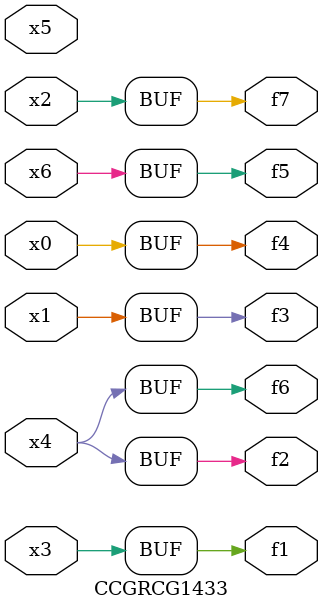
<source format=v>
module CCGRCG1433(
	input x0, x1, x2, x3, x4, x5, x6,
	output f1, f2, f3, f4, f5, f6, f7
);
	assign f1 = x3;
	assign f2 = x4;
	assign f3 = x1;
	assign f4 = x0;
	assign f5 = x6;
	assign f6 = x4;
	assign f7 = x2;
endmodule

</source>
